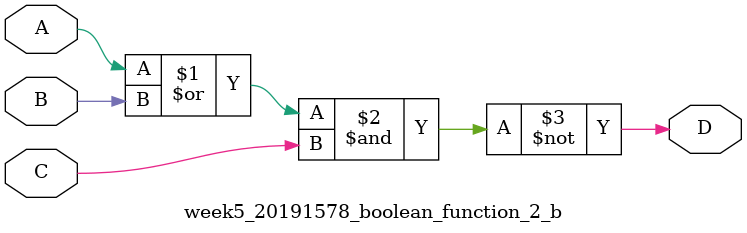
<source format=v>
`timescale 1ns / 1ps


module week5_20191578_boolean_function_2_b(
    input A,
    input B,
    input C,
    output D
    );
    assign D = ~((A | B) & C);
endmodule

</source>
